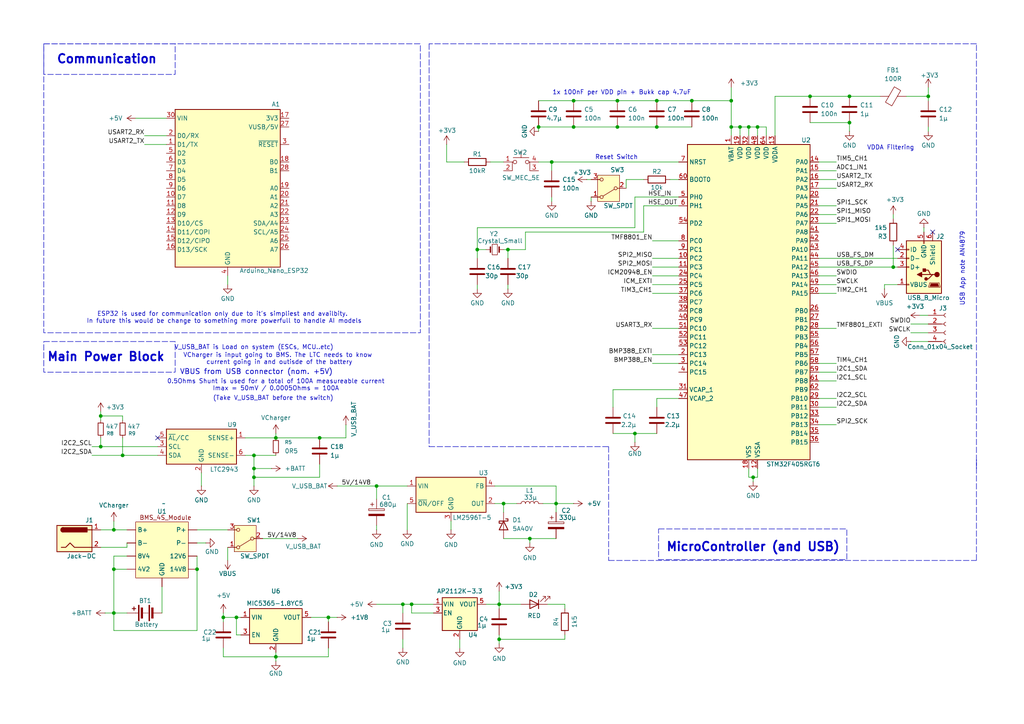
<source format=kicad_sch>
(kicad_sch (version 20250114) (generator "eeschema") (generator_version "9.0")
  (paper "A4")
  (rectangle (start 191.008 153.416) (end 245.618 162.306) (stroke (width 0) (type dash)))
  (rectangle (start 12.7 12.7) (end 50.8 21.59) (stroke (width 0) (type dash)))
  (rectangle (start 12.7 99.06) (end 50.8 107.95) (stroke (width 0) (type dash)))
  (rectangle (start 12.7 12.7) (end 121.92 96.52) (stroke (width 0) (type dash)))
  (text "Communication\n" (at 30.988 17.272 0) (effects (font (size 2.5 2.5) (thickness 0.5) (bold yes))))
  (text "1x 100nF per VDD pin + Bukk cap 4.7uF\n" (at 180.34 26.924 0) (effects (font (size 1.27 1.27) (thickness 0.1588))))
  (text "VCharger is input going to BMS. The LTC needs to know \ncurrent going in and outisde of the battery\n" (at 81.026 104.14 0) (effects (font (size 1.27 1.27))))
  (text "Reset Switch\n" (at 178.816 45.72 0) (effects (font (size 1.27 1.27) (thickness 0.1588))))
  (text "V_USB_BAT is Load on system (ESCs, MCU..etc)" (at 73.66 100.838 0) (effects (font (size 1.27 1.27))))
  (text "0.5Ohms Shunt is used for a total of 100A measureable current\nImax = 50mV / 0.0005Ohms = 100A" (at 80.01 111.76 0) (effects (font (size 1.27 1.27))))
  (text "USB App note AN4879\n" (at 279.146 77.978 90) (effects (font (size 1.27 1.27) (thickness 0.1588))))
  (text "(Take V_USB_BAT before the switch)" (at 79.248 115.57 0) (effects (font (size 1.27 1.27))))
  (text "VBUS from USB connector (nom. +5V) " (at 74.93 107.95 0) (effects (font (size 1.5 1.5) (thickness 0.1875))))
  (text "Main Power Block" (at 30.734 103.632 0) (effects (font (size 2.5 2.5) (thickness 0.5) (bold yes))))
  (text "ESP32 is used for communication only due to it's simpliest and availbity. \nIn future this would be change to something more powerfull to handle AI models" (at 65.024 92.202 0) (effects (font (size 1.27 1.27))))
  (text "VDDA Filtering\n" (at 258.318 42.926 0) (effects (font (size 1.27 1.27) (thickness 0.1588))))
  (text "MicroController (and USB)\n" (at 218.44 158.75 0) (effects (font (size 2.5 2.5) (thickness 0.5) (bold yes))))
  (junction (at 190.5 29.21))
  (junction (at 179.07 29.21))
  (junction (at 200.66 29.21))
  (junction (at 138.43 72.39))
  (junction (at 119.38 175.26))
  (junction (at 146.05 146.05))
  (junction (at 95.25 179.07))
  (junction (at 156.21 36.83))
  (junction (at 144.78 175.26))
  (junction (at 269.24 27.94))
  (junction (at 144.78 185.42))
  (junction (at 160.02 46.99))
  (junction (at 166.37 36.83))
  (junction (at 35.56 132.08))
  (junction (at 92.71 127))
  (junction (at 33.02 153.67))
  (junction (at 68.58 179.07))
  (junction (at 179.07 36.83))
  (junction (at 214.63 36.83))
  (junction (at 161.29 146.05))
  (junction (at 29.21 129.54))
  (junction (at 246.38 27.94))
  (junction (at 219.71 36.83))
  (junction (at 212.09 36.83))
  (junction (at 147.32 72.39))
  (junction (at 57.15 165.1))
  (junction (at 116.84 175.26))
  (junction (at 184.15 125.73))
  (junction (at 73.66 132.08))
  (junction (at 109.22 140.97))
  (junction (at 190.5 36.83))
  (junction (at 33.02 177.8))
  (junction (at 234.95 27.94))
  (junction (at 246.38 35.56))
  (junction (at 259.08 77.47))
  (junction (at 212.09 29.21))
  (junction (at 73.66 138.43))
  (junction (at 29.21 120.65))
  (junction (at 153.67 156.21))
  (junction (at 80.01 127))
  (junction (at 33.02 165.1))
  (junction (at 80.01 190.5))
  (junction (at 217.17 36.83))
  (junction (at 64.77 179.07))
  (junction (at 166.37 29.21))
  (junction (at 218.44 138.43))
  (junction (at 73.66 135.89))
  (no_connect (at 270.51 67.31))
  (no_connect (at 45.72 127))
  (no_connect (at 260.35 72.39))
  (wire (pts (xy 119.38 175.26) (xy 125.73 175.26)))
  (wire (pts (xy 73.66 135.89) (xy 73.66 138.43)))
  (wire (pts (xy 57.15 153.67) (xy 66.04 153.67)))
  (wire (pts (xy 186.69 59.69) (xy 196.85 59.69)))
  (wire (pts (xy 95.25 179.07) (xy 95.25 180.34)))
  (wire (pts (xy 189.23 77.47) (xy 196.85 77.47)))
  (wire (pts (xy 64.77 180.34) (xy 64.77 179.07)))
  (wire (pts (xy 29.21 153.67) (xy 33.02 153.67)))
  (wire (pts (xy 138.43 72.39) (xy 140.97 72.39)))
  (wire (pts (xy 237.49 59.69) (xy 242.57 59.69)))
  (wire (pts (xy 179.07 29.21) (xy 190.5 29.21)))
  (wire (pts (xy 80.01 190.5) (xy 95.25 190.5)))
  (wire (pts (xy 130.81 151.13) (xy 130.81 153.67)))
  (wire (pts (xy 181.61 52.07) (xy 186.69 52.07)))
  (wire (pts (xy 109.22 152.4) (xy 109.22 153.67)))
  (wire (pts (xy 73.66 140.97) (xy 73.66 138.43)))
  (polyline (pts (xy 124.46 129.54) (xy 176.53 129.54)) (stroke (width 0) (type dash)))
  (wire (pts (xy 64.77 177.8) (xy 64.77 179.07)))
  (wire (pts (xy 160.02 57.15) (xy 160.02 58.42)))
  (polyline (pts (xy 176.53 162.56) (xy 283.21 162.56)) (stroke (width 0) (type dash)))
  (wire (pts (xy 36.83 177.8) (xy 33.02 177.8)))
  (wire (pts (xy 57.15 161.29) (xy 57.15 165.1)))
  (wire (pts (xy 190.5 29.21) (xy 200.66 29.21)))
  (wire (pts (xy 219.71 39.37) (xy 219.71 36.83)))
  (wire (pts (xy 237.49 123.19) (xy 242.57 123.19)))
  (wire (pts (xy 196.85 113.03) (xy 177.8 113.03)))
  (wire (pts (xy 237.49 105.41) (xy 242.57 105.41)))
  (wire (pts (xy 256.54 82.55) (xy 260.35 82.55)))
  (wire (pts (xy 189.23 82.55) (xy 196.85 82.55)))
  (wire (pts (xy 259.08 62.23) (xy 259.08 63.5)))
  (wire (pts (xy 97.79 179.07) (xy 95.25 179.07)))
  (wire (pts (xy 269.24 25.4) (xy 269.24 27.94)))
  (wire (pts (xy 161.29 146.05) (xy 166.37 146.05)))
  (wire (pts (xy 129.54 46.99) (xy 134.62 46.99)))
  (wire (pts (xy 163.83 185.42) (xy 144.78 185.42)))
  (wire (pts (xy 186.69 67.31) (xy 152.4 67.31)))
  (wire (pts (xy 189.23 105.41) (xy 196.85 105.41)))
  (wire (pts (xy 92.71 138.43) (xy 73.66 138.43)))
  (wire (pts (xy 189.23 80.01) (xy 196.85 80.01)))
  (wire (pts (xy 184.15 66.04) (xy 138.43 66.04)))
  (wire (pts (xy 217.17 36.83) (xy 214.63 36.83)))
  (wire (pts (xy 68.58 179.07) (xy 68.58 184.15)))
  (wire (pts (xy 170.18 52.07) (xy 171.45 52.07)))
  (wire (pts (xy 267.97 66.04) (xy 267.97 67.31)))
  (wire (pts (xy 95.25 187.96) (xy 95.25 190.5)))
  (wire (pts (xy 158.75 175.26) (xy 163.83 175.26)))
  (wire (pts (xy 181.61 54.61) (xy 181.61 52.07)))
  (wire (pts (xy 33.02 165.1) (xy 33.02 161.29)))
  (wire (pts (xy 237.49 118.11) (xy 242.57 118.11)))
  (wire (pts (xy 68.58 184.15) (xy 69.85 184.15)))
  (wire (pts (xy 66.04 80.01) (xy 66.04 82.55)))
  (wire (pts (xy 266.7 91.44) (xy 269.24 91.44)))
  (wire (pts (xy 100.33 123.19) (xy 100.33 127)))
  (wire (pts (xy 146.05 146.05) (xy 149.86 146.05)))
  (wire (pts (xy 118.11 146.05) (xy 118.11 153.67)))
  (wire (pts (xy 144.78 175.26) (xy 151.13 175.26)))
  (wire (pts (xy 80.01 190.5) (xy 64.77 190.5)))
  (wire (pts (xy 119.38 177.8) (xy 119.38 175.26)))
  (wire (pts (xy 184.15 57.15) (xy 196.85 57.15)))
  (wire (pts (xy 219.71 36.83) (xy 222.25 36.83)))
  (wire (pts (xy 179.07 36.83) (xy 190.5 36.83)))
  (wire (pts (xy 140.97 175.26) (xy 144.78 175.26)))
  (polyline (pts (xy 283.21 135.89) (xy 283.21 12.7)) (stroke (width 0) (type dash)))
  (wire (pts (xy 212.09 39.37) (xy 212.09 36.83)))
  (wire (pts (xy 237.49 77.47) (xy 259.08 77.47)))
  (wire (pts (xy 237.49 46.99) (xy 242.57 46.99)))
  (wire (pts (xy 73.66 132.08) (xy 80.01 132.08)))
  (wire (pts (xy 237.49 107.95) (xy 242.57 107.95)))
  (wire (pts (xy 161.29 148.59) (xy 161.29 146.05)))
  (wire (pts (xy 138.43 72.39) (xy 138.43 74.93)))
  (wire (pts (xy 143.51 146.05) (xy 146.05 146.05)))
  (wire (pts (xy 246.38 27.94) (xy 255.27 27.94)))
  (wire (pts (xy 144.78 185.42) (xy 144.78 186.69)))
  (wire (pts (xy 29.21 127) (xy 29.21 129.54)))
  (wire (pts (xy 177.8 125.73) (xy 184.15 125.73)))
  (wire (pts (xy 234.95 27.94) (xy 246.38 27.94)))
  (wire (pts (xy 33.02 151.13) (xy 33.02 153.67)))
  (wire (pts (xy 157.48 146.05) (xy 161.29 146.05)))
  (wire (pts (xy 153.67 156.21) (xy 161.29 156.21)))
  (polyline (pts (xy 176.53 129.54) (xy 176.53 162.56)) (stroke (width 0) (type dash)))
  (wire (pts (xy 125.73 177.8) (xy 119.38 177.8)))
  (wire (pts (xy 171.45 57.15) (xy 171.45 58.42)))
  (wire (pts (xy 237.49 74.93) (xy 260.35 74.93)))
  (wire (pts (xy 39.37 34.29) (xy 48.26 34.29)))
  (wire (pts (xy 237.49 110.49) (xy 242.57 110.49)))
  (wire (pts (xy 237.49 95.25) (xy 242.57 95.25)))
  (polyline (pts (xy 283.21 12.7) (xy 124.46 12.7)) (stroke (width 0) (type dash)))
  (wire (pts (xy 142.24 46.99) (xy 146.05 46.99)))
  (wire (pts (xy 116.84 175.26) (xy 119.38 175.26)))
  (wire (pts (xy 29.21 158.75) (xy 36.83 158.75)))
  (wire (pts (xy 214.63 36.83) (xy 214.63 39.37)))
  (wire (pts (xy 138.43 66.04) (xy 138.43 72.39)))
  (wire (pts (xy 234.95 35.56) (xy 246.38 35.56)))
  (wire (pts (xy 212.09 25.4) (xy 212.09 29.21)))
  (wire (pts (xy 116.84 187.96) (xy 116.84 185.42)))
  (wire (pts (xy 35.56 132.08) (xy 45.72 132.08)))
  (wire (pts (xy 26.67 132.08) (xy 35.56 132.08)))
  (wire (pts (xy 29.21 120.65) (xy 35.56 120.65)))
  (wire (pts (xy 64.77 190.5) (xy 64.77 187.96)))
  (wire (pts (xy 196.85 115.57) (xy 190.5 115.57)))
  (wire (pts (xy 116.84 175.26) (xy 116.84 177.8)))
  (wire (pts (xy 146.05 146.05) (xy 146.05 148.59)))
  (wire (pts (xy 73.66 132.08) (xy 73.66 135.89)))
  (wire (pts (xy 92.71 127) (xy 100.33 127)))
  (wire (pts (xy 163.83 184.15) (xy 163.83 185.42)))
  (wire (pts (xy 66.04 158.75) (xy 66.04 162.56)))
  (wire (pts (xy 29.21 129.54) (xy 45.72 129.54)))
  (wire (pts (xy 189.23 102.87) (xy 196.85 102.87)))
  (wire (pts (xy 189.23 85.09) (xy 196.85 85.09)))
  (wire (pts (xy 190.5 115.57) (xy 190.5 118.11)))
  (wire (pts (xy 217.17 39.37) (xy 217.17 36.83)))
  (wire (pts (xy 194.31 52.07) (xy 196.85 52.07)))
  (wire (pts (xy 218.44 138.43) (xy 218.44 139.7)))
  (wire (pts (xy 129.54 41.91) (xy 129.54 46.99)))
  (wire (pts (xy 224.79 27.94) (xy 224.79 39.37)))
  (wire (pts (xy 36.83 158.75) (xy 36.83 157.48)))
  (wire (pts (xy 264.16 93.98) (xy 269.24 93.98)))
  (wire (pts (xy 156.21 29.21) (xy 166.37 29.21)))
  (wire (pts (xy 189.23 69.85) (xy 196.85 69.85)))
  (wire (pts (xy 189.23 95.25) (xy 196.85 95.25)))
  (wire (pts (xy 80.01 190.5) (xy 80.01 191.77)))
  (wire (pts (xy 133.35 185.42) (xy 133.35 187.96)))
  (wire (pts (xy 160.02 46.99) (xy 156.21 46.99)))
  (wire (pts (xy 76.2 156.21) (xy 86.36 156.21)))
  (wire (pts (xy 152.4 72.39) (xy 147.32 72.39)))
  (wire (pts (xy 259.08 71.12) (xy 259.08 77.47)))
  (wire (pts (xy 33.02 177.8) (xy 33.02 165.1)))
  (wire (pts (xy 264.16 96.52) (xy 269.24 96.52)))
  (wire (pts (xy 161.29 146.05) (xy 161.29 140.97)))
  (wire (pts (xy 269.24 27.94) (xy 262.89 27.94)))
  (wire (pts (xy 33.02 161.29) (xy 36.83 161.29)))
  (wire (pts (xy 80.01 127) (xy 92.71 127)))
  (wire (pts (xy 166.37 36.83) (xy 179.07 36.83)))
  (wire (pts (xy 177.8 113.03) (xy 177.8 118.11)))
  (wire (pts (xy 144.78 171.45) (xy 144.78 175.26)))
  (wire (pts (xy 57.15 157.48) (xy 59.69 157.48)))
  (wire (pts (xy 156.21 36.83) (xy 166.37 36.83)))
  (wire (pts (xy 237.49 64.77) (xy 242.57 64.77)))
  (wire (pts (xy 97.79 140.97) (xy 109.22 140.97)))
  (wire (pts (xy 30.48 177.8) (xy 33.02 177.8)))
  (wire (pts (xy 35.56 120.65) (xy 35.56 121.92)))
  (wire (pts (xy 147.32 72.39) (xy 146.05 72.39)))
  (wire (pts (xy 269.24 36.83) (xy 269.24 38.1)))
  (wire (pts (xy 68.58 179.07) (xy 69.85 179.07)))
  (wire (pts (xy 160.02 46.99) (xy 160.02 49.53)))
  (wire (pts (xy 146.05 156.21) (xy 153.67 156.21)))
  (wire (pts (xy 212.09 29.21) (xy 212.09 36.83)))
  (wire (pts (xy 219.71 135.89) (xy 219.71 138.43)))
  (wire (pts (xy 109.22 140.97) (xy 109.22 144.78)))
  (wire (pts (xy 78.74 135.89) (xy 73.66 135.89)))
  (wire (pts (xy 160.02 46.99) (xy 196.85 46.99)))
  (wire (pts (xy 264.16 99.06) (xy 269.24 99.06)))
  (wire (pts (xy 46.99 177.8) (xy 46.99 170.18)))
  (wire (pts (xy 237.49 52.07) (xy 242.57 52.07)))
  (wire (pts (xy 64.77 179.07) (xy 68.58 179.07)))
  (wire (pts (xy 26.67 129.54) (xy 29.21 129.54)))
  (wire (pts (xy 224.79 27.94) (xy 234.95 27.94)))
  (wire (pts (xy 237.49 85.09) (xy 242.57 85.09)))
  (wire (pts (xy 41.91 41.91) (xy 48.26 41.91)))
  (wire (pts (xy 144.78 184.15) (xy 144.78 185.42)))
  (wire (pts (xy 218.44 138.43) (xy 217.17 138.43)))
  (wire (pts (xy 237.49 49.53) (xy 242.57 49.53)))
  (wire (pts (xy 237.49 80.01) (xy 242.57 80.01)))
  (polyline (pts (xy 124.46 12.7) (xy 124.46 129.54)) (stroke (width 0) (type dash)))
  (wire (pts (xy 217.17 138.43) (xy 217.17 135.89)))
  (wire (pts (xy 212.09 29.21) (xy 200.66 29.21)))
  (wire (pts (xy 71.12 127) (xy 80.01 127)))
  (wire (pts (xy 29.21 120.65) (xy 29.21 121.92)))
  (wire (pts (xy 219.71 138.43) (xy 218.44 138.43)))
  (wire (pts (xy 80.01 189.23) (xy 80.01 190.5)))
  (wire (pts (xy 163.83 175.26) (xy 163.83 176.53)))
  (wire (pts (xy 256.54 83.82) (xy 256.54 82.55)))
  (wire (pts (xy 259.08 77.47) (xy 260.35 77.47)))
  (wire (pts (xy 152.4 67.31) (xy 152.4 72.39)))
  (wire (pts (xy 246.38 35.56) (xy 246.38 38.1)))
  (wire (pts (xy 242.57 54.61) (xy 237.49 54.61)))
  (wire (pts (xy 237.49 62.23) (xy 242.57 62.23)))
  (wire (pts (xy 58.42 137.16) (xy 58.42 140.97)))
  (wire (pts (xy 33.02 153.67) (xy 36.83 153.67)))
  (wire (pts (xy 109.22 140.97) (xy 118.11 140.97)))
  (wire (pts (xy 147.32 72.39) (xy 147.32 74.93)))
  (wire (pts (xy 57.15 165.1) (xy 57.15 182.88)))
  (wire (pts (xy 33.02 165.1) (xy 36.83 165.1)))
  (wire (pts (xy 186.69 59.69) (xy 186.69 67.31)))
  (polyline (pts (xy 283.21 133.35) (xy 283.21 162.56)) (stroke (width 0) (type dash)))
  (wire (pts (xy 29.21 119.38) (xy 29.21 120.65)))
  (wire (pts (xy 166.37 29.21) (xy 179.07 29.21)))
  (wire (pts (xy 41.91 39.37) (xy 48.26 39.37)))
  (wire (pts (xy 153.67 156.21) (xy 153.67 157.48)))
  (wire (pts (xy 219.71 36.83) (xy 217.17 36.83)))
  (wire (pts (xy 138.43 82.55) (xy 138.43 83.82)))
  (wire (pts (xy 71.12 132.08) (xy 73.66 132.08)))
  (wire (pts (xy 184.15 57.15) (xy 184.15 66.04)))
  (wire (pts (xy 269.24 29.21) (xy 269.24 27.94)))
  (wire (pts (xy 35.56 127) (xy 35.56 132.08)))
  (wire (pts (xy 214.63 36.83) (xy 212.09 36.83)))
  (wire (pts (xy 33.02 182.88) (xy 57.15 182.88)))
  (wire (pts (xy 184.15 125.73) (xy 190.5 125.73)))
  (wire (pts (xy 190.5 36.83) (xy 200.66 36.83)))
  (wire (pts (xy 92.71 134.62) (xy 92.71 138.43)))
  (wire (pts (xy 189.23 74.93) (xy 196.85 74.93)))
  (wire (pts (xy 184.15 125.73) (xy 184.15 128.27)))
  (wire (pts (xy 33.02 177.8) (xy 33.02 182.88)))
  (wire (pts (xy 161.29 140.97) (xy 143.51 140.97)))
  (wire (pts (xy 156.21 36.83) (xy 156.21 38.1)))
  (wire (pts (xy 109.22 175.26) (xy 116.84 175.26)))
  (wire (pts (xy 147.32 82.55) (xy 147.32 83.82)))
  (wire (pts (xy 90.17 179.07) (xy 95.25 179.07)))
  (wire (pts (xy 237.49 115.57) (xy 242.57 115.57)))
  (wire (pts (xy 144.78 175.26) (xy 144.78 176.53)))
  (wire (pts (xy 222.25 39.37) (xy 222.25 36.83)))
  (wire (pts (xy 237.49 82.55) (xy 242.57 82.55)))
  (wire (pts (xy 80.01 125.73) (xy 80.01 127)))
  (label "BMP388_EXTI" (at 189.23 102.87 180))
  (label "ADC1_IN1" (at 242.57 49.53 0))
  (label "USB_FS_DP" (at 242.57 77.47 0))
  (label "USART2_TX" (at 242.57 52.07 0))
  (label "ICM20948_EN" (at 189.23 80.01 180) (effects (font (thickness 0.1588))))
  (label "SPI2_SCK" (at 242.57 123.19 0))
  (label "SWDIO" (at 242.57 80.01 0))
  (label "5V{slash}14V8" (at 77.47 156.21 0))
  (label "ICM_EXTI" (at 189.23 82.55 180) (effects (font (thickness 0.1588))))
  (label "HSE_OUT" (at 187.96 59.69 0))
  (label "I2C1_SCL" (at 242.57 110.49 0))
  (label "USART3_RX" (at 189.23 95.25 180))
  (label "USB_FS_DM" (at 242.57 74.93 0))
  (label "BMP388_EN" (at 189.23 105.41 180))
  (label "SWCLK" (at 242.57 82.55 0))
  (label "USART2_TX" (at 41.91 41.91 180))
  (label "TIM2_CH1" (at 242.57 85.09 0))
  (label "SWDIO" (at 264.16 93.98 180))
  (label "USART2_RX" (at 41.91 39.37 180))
  (label "SPI1_MISO" (at 242.57 62.23 0) (effects (font (thickness 0.1588))))
  (label "TMF8801_EN" (at 189.23 69.85 180))
  (label "SPI1_MOSI" (at 242.57 64.77 0) (effects (font (thickness 0.1588))))
  (label "TIM5_CH1" (at 242.57 46.99 0))
  (label "SPI2_MISO" (at 189.23 74.93 180))
  (label "SWCLK" (at 264.16 96.52 180))
  (label "TIM3_CH1" (at 189.23 85.09 180))
  (label "SPI1_SCK" (at 242.57 59.69 0) (effects (font (thickness 0.1588))))
  (label "TMF8801_EXTI" (at 242.57 95.25 0))
  (label "I2C2_SDA" (at 26.67 132.08 180))
  (label "I2C2_SDA" (at 242.57 118.11 0))
  (label "HSE_IN" (at 187.96 57.15 0))
  (label "TIM4_CH1" (at 242.57 105.41 0))
  (label "5V{slash}14V8" (at 99.06 140.97 0))
  (label "SPI2_MOSI" (at 189.23 77.47 180))
  (label "I2C2_SCL" (at 26.67 129.54 180))
  (label "I2C1_SDA" (at 242.57 107.95 0))
  (label "USART2_RX" (at 242.57 54.61 0))
  (label "I2C2_SCL" (at 242.57 115.57 0))
  (symbol (lib_id "Device:D_Schottky") (at 146.05 152.4 270) (unit 1)
    (property "Reference" "D1" (at 148.59 150.8124 90) (effects (justify left)))
    (property "Value" "5A40V" (at 148.59 153.3524 90) (effects (justify left)))
    (property "Description" "Schottky diode" (effects (hide yes)))
  )
  (symbol (lib_id "Regulator_Linear:MIC5365-1.8YC5") (at 80.01 181.61 0) (unit 1)
    (property "Reference" "U6" (at 80.01 171.45 0))
    (property "Value" "MIC5365-1.8YC5" (at 79.756 175.006 0))
    (property "Footprint" "Package_TO_SOT_SMD:SOT-353_SC-70-5" (effects (hide yes)))
    (property "Datasheet" "https://ww1.microchip.com/downloads/aemDocuments/documents/APID/ProductDocuments/DataSheets/MIC5365-6-High-Performance-Single-150mA-LDO-DS20006605A.pdf" (effects (hide yes)))
    (property "Description" "150mA Low-dropout Voltage Regulator, Vout 1.8V, Vin up to 5.5V, SC-70-5" (effects (hide yes)))
  )
  (symbol (lib_id "power:+BATT") (at 30.48 177.8 90) (unit 1)
    (property "Reference" "#PWR033" (effects (hide yes)))
    (property "Value" "+BATT" (at 26.67 177.7999 90) (effects (justify left)))
    (property "Description" "Power symbol creates a global label with name \"+BATT\"" (effects (hide yes)))
  )
  (symbol (lib_id "power:GND") (at 109.22 153.67 0) (unit 1)
    (property "Reference" "#PWR02" (effects (hide yes)))
    (property "Value" "GND" (at 109.22 157.988 0))
    (property "Description" "Power symbol creates a global label with name \"GND\" , ground" (effects (hide yes)))
  )
  (symbol (lib_id "power:+5V") (at 166.37 146.05 270) (unit 1)
    (property "Reference" "#PWR027" (effects (hide yes)))
    (property "Value" "+5V" (at 170.18 146.0499 90) (effects (justify left)))
    (property "Description" "Power symbol creates a global label with name \"+5V\"" (effects (hide yes)))
  )
  (symbol (lib_id "power:+3.3V") (at 29.21 119.38 0) (unit 1)
    (property "Reference" "#PWR054" (effects (hide yes)))
    (property "Value" "+3V3" (at 30.734 118.11 0) (effects (justify left)))
    (property "Description" "Power symbol creates a global label with name \"+3.3V\"" (effects (hide yes)))
  )
  (symbol (lib_id "power:GND") (at 59.69 157.48 90) (unit 1)
    (property "Reference" "#PWR03" (effects (hide yes)))
    (property "Value" "GND" (at 59.436 160.02 90) (effects (justify right)))
    (property "Description" "Power symbol creates a global label with name \"GND\" , ground" (effects (hide yes)))
  )
  (symbol (lib_id "Device:R") (at 163.83 180.34 180) (unit 1)
    (property "Reference" "R4" (at 161.29 180.34 90))
    (property "Value" "1k5" (at 166.624 180.34 90))
    (property "Description" "Resistor" (effects (hide yes)))
  )
  (symbol (lib_id "Switch:SW_MEC_5E") (at 151.13 49.53 0) (unit 1)
    (property "Reference" "SW2" (at 150.876 44.196 0))
    (property "Value" "SW_MEC_5E" (at 151.13 51.562 0))
    (property "Datasheet" "http://www.apem.com/int/index.php?controller=attachment&id_attachment=1371" (effects (hide yes)))
    (property "Description" "MEC 5E single pole normally-open tactile switch" (effects (hide yes)))
  )
  (symbol (lib_id "power:LINE") (at 97.79 140.97 90) (unit 1)
    (property "Reference" "#PWR021" (effects (hide yes)))
    (property "Value" "V_USB_BAT" (at 94.996 140.97 90) (effects (justify left)))
    (property "Description" "Power symbol creates a global label with name \"LINE\"" (effects (hide yes)))
  )
  (symbol (lib_id "power:+3.3V") (at 129.54 41.91 0) (unit 1)
    (property "Reference" "#PWR024" (effects (hide yes)))
    (property "Value" "+3V3" (at 127 37.846 0) (effects (justify left)))
    (property "Description" "Power symbol creates a global label with name \"+3.3V\"" (effects (hide yes)))
  )
  (symbol (lib_id "Device:C") (at 177.8 121.92 0) (unit 1)
    (property "Reference" "C14" (at 180.594 120.65 0) (effects (justify left)))
    (property "Value" "2.2µ" (at 180.086 123.19 0) (effects (justify left)))
    (property "Description" "CL21B225KAFNNNE" (effects (hide yes)))
  )
  (symbol (lib_id "power:GND") (at 153.67 157.48 0) (unit 1)
    (property "Reference" "#PWR04" (effects (hide yes)))
    (property "Value" "GND" (at 153.67 161.798 0))
    (property "Description" "Power symbol creates a global label with name \"GND\" , ground" (effects (hide yes)))
  )
  (symbol (lib_id "Device:C") (at 144.78 180.34 0) (unit 1)
    (property "Reference" "C4" (at 138.938 179.578 0) (effects (justify left)))
    (property "Value" "1µ" (at 138.43 181.356 0) (effects (justify left)))
    (property "Description" "CL10B105KA8NNNC" (effects (hide yes)))
  )
  (symbol (lib_id "Device:R_Small") (at 35.56 124.46 0) (unit 1)
    (property "Reference" "R9" (at 39.37 125.73 0) (effects (font (size 1.016 1.016)) (justify right)))
    (property "Value" "4k7" (at 40.64 123.698 0) (effects (justify right)))
    (property "Description" "Resistor, small symbol" (effects (hide yes)))
  )
  (symbol (lib_id "power:GND") (at 144.78 186.69 0) (unit 1)
    (property "Reference" "#PWR07" (effects (hide yes)))
    (property "Value" "GND" (at 144.78 191.008 0))
    (property "Description" "Power symbol creates a global label with name \"GND\" , ground" (effects (hide yes)))
  )
  (symbol (lib_id "Device:C") (at 160.02 53.34 0) (unit 1)
    (property "Reference" "C15" (at 163.068 52.07 0) (effects (justify left)))
    (property "Value" "100n" (at 163.068 54.61 0) (effects (justify left)))
    (property "Description" "CL21B104KBCNNNC" (effects (hide yes)))
  )
  (symbol (lib_id "power:GND") (at 160.02 58.42 0) (unit 1)
    (property "Reference" "#PWR014" (effects (hide yes)))
    (property "Value" "GND" (at 160.02 62.484 0))
    (property "Description" "Power symbol creates a global label with name \"GND\" , ground" (effects (hide yes)))
  )
  (symbol (lib_id "Device:C") (at 64.77 184.15 0) (unit 1)
    (property "Reference" "C22" (at 58.928 183.388 0) (effects (justify left)))
    (property "Value" "1µ" (at 58.42 185.166 0) (effects (justify left)))
    (property "Description" "CL10B105KA8NNNC" (effects (hide yes)))
  )
  (symbol (lib_id "power:+3.3V") (at 266.7 91.44 90) (unit 1)
    (property "Reference" "#PWR031" (effects (hide yes)))
    (property "Value" "+3V3" (at 265.43 88.9 90))
    (property "Description" "Power symbol creates a global label with name \"+3.3V\"" (effects (hide yes)))
  )
  (symbol (lib_id "power:GND") (at 73.66 140.97 0) (unit 1)
    (property "Reference" "#PWR037" (effects (hide yes)))
    (property "Value" "GND" (at 73.66 145.034 0))
    (property "Description" "Power symbol creates a global label with name \"GND\" , ground" (effects (hide yes)))
  )
  (symbol (lib_id "power:LINE") (at 100.33 123.19 0) (unit 1)
    (property "Reference" "#PWR035" (effects (hide yes)))
    (property "Value" "V_USB_BAT" (at 102.616 126.746 90) (effects (justify left)))
    (property "Description" "Power symbol creates a global label with name \"LINE\"" (effects (hide yes)))
  )
  (symbol (lib_id "power:+3.3V") (at 269.24 25.4 0) (unit 1)
    (property "Reference" "#PWR026" (effects (hide yes)))
    (property "Value" "+3V3" (at 266.954 21.844 0) (effects (justify left)))
    (property "Description" "Power symbol creates a global label with name \"+3.3V\"" (effects (hide yes)))
  )
  (symbol (lib_id "power:GND") (at 147.32 83.82 0) (unit 1)
    (property "Reference" "#PWR018" (effects (hide yes)))
    (property "Value" "GND" (at 147.32 87.884 0))
    (property "Description" "Power symbol creates a global label with name \"GND\" , ground" (effects (hide yes)))
  )
  (symbol (lib_id "power:VCC") (at 33.02 151.13 0) (unit 1)
    (property "Reference" "#PWR038" (effects (hide yes)))
    (property "Value" "VCharger" (at 33.02 146.558 0))
    (property "Description" "Power symbol creates a global label with name \"VCC\"" (effects (hide yes)))
  )
  (symbol (lib_id "power:GND") (at 133.35 187.96 0) (unit 1)
    (property "Reference" "#PWR06" (effects (hide yes)))
    (property "Value" "GND" (at 133.35 192.278 0))
    (property "Description" "Power symbol creates a global label with name \"GND\" , ground" (effects (hide yes)))
  )
  (symbol (lib_id "Device:C") (at 116.84 181.61 0) (unit 1)
    (property "Reference" "C3" (at 110.998 180.848 0) (effects (justify left)))
    (property "Value" "1µ" (at 110.49 182.626 0) (effects (justify left)))
    (property "Description" "CL10B105KA8NNNC" (effects (hide yes)))
  )
  (symbol (lib_id "power:+3.3V") (at 259.08 62.23 0) (unit 1)
    (property "Reference" "#PWR030" (effects (hide yes)))
    (property "Value" "+3V3" (at 259.588 57.912 0))
    (property "Description" "Power symbol creates a global label with name \"+3.3V\"" (effects (hide yes)))
  )
  (symbol (lib_id "power:GND") (at 138.43 83.82 0) (unit 1)
    (property "Reference" "#PWR017" (effects (hide yes)))
    (property "Value" "GND" (at 138.43 87.884 0))
    (property "Description" "Power symbol creates a global label with name \"GND\" , ground" (effects (hide yes)))
  )
  (symbol (lib_id "Device:FerriteBead") (at 259.08 27.94 90) (unit 1)
    (property "Reference" "FB1" (at 259.0292 20.32 90))
    (property "Value" "100R" (at 259.0292 22.86 90))
    (property "Description" "BPH853025R5-101T" (effects (hide yes)))
  )
  (symbol (lib_id "power:GND") (at 116.84 187.96 0) (unit 1)
    (property "Reference" "#PWR05" (effects (hide yes)))
    (property "Value" "GND" (at 116.84 192.024 0))
    (property "Description" "Power symbol creates a global label with name \"GND\" , ground" (effects (hide yes)))
  )
  (symbol (lib_id "Device:C") (at 166.37 33.02 0) (unit 1)
    (property "Reference" "C5" (at 169.418 31.75 0) (effects (justify left)))
    (property "Value" "100n" (at 169.418 34.29 0) (effects (justify left)))
    (property "Description" "CL21B104KBCNNNC" (effects (hide yes)))
  )
  (symbol (lib_id "Device:C") (at 156.21 33.02 0) (unit 1)
    (property "Reference" "C9" (at 159.004 31.75 0) (effects (justify left)))
    (property "Value" "4.7µ" (at 158.496 34.29 0) (effects (justify left)))
    (property "Description" "CL31B475KBHNNNE" (effects (hide yes)))
  )
  (symbol (lib_id "power:GND") (at 66.04 82.55 0) (unit 1)
    (property "Reference" "#PWR052" (effects (hide yes)))
    (property "Value" "GND" (at 66.04 86.614 0))
    (property "Description" "Power symbol creates a global label with name \"GND\" , ground" (effects (hide yes)))
  )
  (symbol (lib_id "Device:C") (at 92.71 130.81 0) (unit 1)
    (property "Reference" "C18" (at 95.758 129.54 0) (effects (justify left)))
    (property "Value" "1µ" (at 95.758 132.08 0) (effects (justify left)))
    (property "Description" "CL21B105KBFNNNE" (effects (hide yes)))
  )
  (symbol (lib_id "Device:R_Small") (at 80.01 129.54 0) (unit 1)
    (property "Reference" "R5" (at 82.55 128.2699 0) (effects (font (size 1.016 1.016)) (justify left)))
    (property "Value" "0R5" (at 82.55 130.8099 0) (effects (justify left)))
    (property "Description" "Resistor, small symbol" (effects (hide yes)))
  )
  (symbol (lib_id "power:GND") (at 58.42 140.97 0) (unit 1)
    (property "Reference" "#PWR053" (effects (hide yes)))
    (property "Value" "GND" (at 58.42 145.034 0))
    (property "Description" "Power symbol creates a global label with name \"GND\" , ground" (effects (hide yes)))
  )
  (symbol (lib_id "power:GND") (at 218.44 139.7 0) (unit 1)
    (property "Reference" "#PWR012" (effects (hide yes)))
    (property "Value" "GND" (at 218.44 143.764 0))
    (property "Description" "Power symbol creates a global label with name \"GND\" , ground" (effects (hide yes)))
  )
  (symbol (lib_id "MCU_Module:Arduino_Nano_ESP32") (at 66.04 54.61 0) (unit 1)
    (property "Reference" "A1" (at 80.01 30.226 0))
    (property "Value" "Arduino_Nano_ESP32" (at 79.502 78.486 0))
    (property "Footprint" "Module:Arduino_Nano" (effects (hide yes)))
    (property "Datasheet" "https://docs.arduino.cc/resources/datasheets/ABX00083-datasheet.pdf" (effects (hide yes)))
    (property "Description" "Arduino Nano board based on the ESP32-S3 with a dual-core 240 MHz processor, 384 kB ROM, 512 kB SRAM. Operates at 3.3V, with 5V USB-C® input and 6-21V VIN. Features Wi-Fi®, Bluetooth® LE, digital and analog pins, and supports SPI, I2C, UART, I2S, and CAN." (effects (hide yes)))
  )
  (symbol (lib_id "power:GND") (at 269.24 38.1 0) (unit 1)
    (property "Reference" "#PWR011" (effects (hide yes)))
    (property "Value" "GND" (at 269.24 42.164 0))
    (property "Description" "Power symbol creates a global label with name \"GND\" , ground" (effects (hide yes)))
  )
  (symbol (lib_id "Device:C") (at 179.07 33.02 0) (unit 1)
    (property "Reference" "C6" (at 182.118 31.75 0) (effects (justify left)))
    (property "Value" "100n" (at 182.118 34.29 0) (effects (justify left)))
    (property "Description" "CL21B104KBCNNNC" (effects (hide yes)))
  )
  (symbol (lib_id "power:+BATT") (at 78.74 135.89 270) (unit 1)
    (property "Reference" "#PWR034" (effects (hide yes)))
    (property "Value" "+BATT" (at 82.55 135.8899 90) (effects (justify left)))
    (property "Description" "Power symbol creates a global label with name \"+BATT\"" (effects (hide yes)))
  )
  (symbol (lib_id "Device:C_Polarized") (at 161.29 152.4 0) (unit 1)
    (property "Reference" "C2" (at 162.814 148.082 0) (effects (justify left)))
    (property "Value" "330µ" (at 162.052 150.114 0) (effects (justify left)))
    (property "Description" "EEUFS1V331L" (effects (hide yes)))
  )
  (symbol (lib_id "Device:C") (at 95.25 184.15 0) (unit 1)
    (property "Reference" "C21" (at 89.408 183.388 0) (effects (justify left)))
    (property "Value" "1µ" (at 88.9 185.166 0) (effects (justify left)))
    (property "Description" "CL10B105KA8NNNC" (effects (hide yes)))
  )
  (symbol (lib_id "power:+5V") (at 109.22 175.26 90) (unit 1)
    (property "Reference" "#PWR028" (effects (hide yes)))
    (property "Value" "+5V" (at 105.41 175.2599 90) (effects (justify left)))
    (property "Description" "Power symbol creates a global label with name \"+5V\"" (effects (hide yes)))
  )
  (symbol (lib_id "shopie-hwLibrary:BMS_4S_Module") (at 46.99 157.48 0) (unit 1)
    (property "Reference" "U1" (at 46.99 148.336 0))
    (property "Value" "~" (at 47.498 146.05 0))
  )
  (symbol (lib_id "power:VBUS") (at 256.54 83.82 180) (unit 1)
    (property "Reference" "#PWR023" (effects (hide yes)))
    (property "Value" "VBUS" (at 256.54 87.884 0))
    (property "Description" "Power symbol creates a global label with name \"VBUS\"" (effects (hide yes)))
  )
  (symbol (lib_id "Regulator_Linear:AP2112K-3.3") (at 133.35 177.8 0) (unit 1)
    (property "Reference" "U4" (at 137.16 184.15 0))
    (property "Value" "AP2112K-3.3" (at 133.35 171.45 0))
    (property "Footprint" "Package_TO_SOT_SMD:SOT-23-5" (effects (hide yes)))
    (property "Datasheet" "https://www.diodes.com/assets/Datasheets/AP2112.pdf" (effects (hide yes)))
    (property "Description" "600mA low dropout linear regulator, with enable pin, 3.8V-6V input voltage range, 3.3V fixed positive output, SOT-23-5" (effects (hide yes)))
  )
  (symbol (lib_id "power:GND") (at 246.38 38.1 0) (unit 1)
    (property "Reference" "#PWR010" (effects (hide yes)))
    (property "Value" "GND" (at 246.38 42.164 0))
    (property "Description" "Power symbol creates a global label with name \"GND\" , ground" (effects (hide yes)))
  )
  (symbol (lib_id "Device:C") (at 234.95 31.75 0) (unit 1)
    (property "Reference" "C10" (at 237.998 30.48 0) (effects (justify left)))
    (property "Value" "100n" (at 237.998 33.02 0) (effects (justify left)))
    (property "Description" "CL21B104KBCNNNC" (effects (hide yes)))
  )
  (symbol (lib_id "power:GND") (at 171.45 58.42 0) (unit 1)
    (property "Reference" "#PWR015" (effects (hide yes)))
    (property "Value" "GND" (at 171.45 62.484 0))
    (property "Description" "Power symbol creates a global label with name \"GND\" , ground" (effects (hide yes)))
  )
  (symbol (lib_id "power:GND") (at 156.21 38.1 270) (unit 1)
    (property "Reference" "#PWR09" (effects (hide yes)))
    (property "Value" "GND" (at 152.146 38.1 0))
    (property "Description" "Power symbol creates a global label with name \"GND\" , ground" (effects (hide yes)))
  )
  (symbol (lib_id "Device:R") (at 190.5 52.07 90) (unit 1)
    (property "Reference" "R2" (at 190.5 49.784 90))
    (property "Value" "10k" (at 190.5 54.356 90))
    (property "Description" "Resistor" (effects (hide yes)))
  )
  (symbol (lib_id "Device:C") (at 190.5 33.02 0) (unit 1)
    (property "Reference" "C7" (at 193.548 31.75 0) (effects (justify left)))
    (property "Value" "100n" (at 193.548 34.29 0) (effects (justify left)))
    (property "Description" "CL21B104KBCNNNC" (effects (hide yes)))
  )
  (symbol (lib_id "Device:C") (at 246.38 31.75 0) (unit 1)
    (property "Reference" "C11" (at 249.428 30.48 0) (effects (justify left)))
    (property "Value" "1µ" (at 249.428 33.02 0) (effects (justify left)))
    (property "Description" "CL21B105KBFNNNE" (effects (hide yes)))
  )
  (symbol (lib_id "power:+1V8") (at 97.79 179.07 270) (unit 1)
    (property "Reference" "#PWR041" (effects (hide yes)))
    (property "Value" "+1V8" (at 101.6 179.0699 90) (effects (justify left)))
    (property "Description" "Power symbol creates a global label with name \"+1V8\"" (effects (hide yes)))
  )
  (symbol (lib_id "power:+3.3V") (at 144.78 171.45 0) (unit 1)
    (property "Reference" "#PWR029" (effects (hide yes)))
    (property "Value" "+3V3" (at 146.304 170.18 0) (effects (justify left)))
    (property "Description" "Power symbol creates a global label with name \"+3.3V\"" (effects (hide yes)))
  )
  (symbol (lib_id "Device:LED") (at 154.94 175.26 180) (unit 1)
    (property "Reference" "D2" (at 154.686 172.466 0))
    (property "Value" "RED" (at 154.94 178.562 0))
    (property "Description" "Light emitting diode" (effects (hide yes)))
    (property "Sim.Pins" "1=K 2=A" (effects (hide yes)))
  )
  (symbol (lib_id "Device:C") (at 190.5 121.92 0) (unit 1)
    (property "Reference" "C13" (at 193.294 120.65 0) (effects (justify left)))
    (property "Value" "2.2µ" (at 192.786 123.19 0) (effects (justify left)))
    (property "Description" "CL21B225KAFNNNE" (effects (hide yes)))
  )
  (symbol (lib_id "power:GND") (at 184.15 128.27 0) (unit 1)
    (property "Reference" "#PWR013" (effects (hide yes)))
    (property "Value" "GND" (at 184.15 131.572 0))
    (property "Description" "Power symbol creates a global label with name \"GND\" , ground" (effects (hide yes)))
  )
  (symbol (lib_id "power:+5V") (at 39.37 34.29 90) (unit 1)
    (property "Reference" "#PWR051" (effects (hide yes)))
    (property "Value" "+5V" (at 35.56 34.2899 90) (effects (justify left)))
    (property "Description" "Power symbol creates a global label with name \"+5V\"" (effects (hide yes)))
  )
  (symbol (lib_id "power:GND") (at 264.16 99.06 270) (unit 1)
    (property "Reference" "#PWR032" (effects (hide yes)))
    (property "Value" "GND" (at 260.096 99.06 0))
    (property "Description" "Power symbol creates a global label with name \"GND\" , ground" (effects (hide yes)))
  )
  (symbol (lib_id "power:VCC") (at 80.01 125.73 0) (unit 1)
    (property "Reference" "#PWR039" (effects (hide yes)))
    (property "Value" "VCharger" (at 80.01 121.158 0))
    (property "Description" "Power symbol creates a global label with name \"VCC\"" (effects (hide yes)))
  )
  (symbol (lib_id "Connector:Jack-DC") (at 21.59 156.21 0) (unit 1)
    (property "Reference" "J1" (at 25.908 150.876 0))
    (property "Value" "Jack-DC" (at 23.622 161.29 0))
    (property "Description" "DC Barrel Jack" (effects (hide yes)))
  )
  (symbol (lib_id "power:GND") (at 130.81 153.67 0) (unit 1)
    (property "Reference" "#PWR01" (effects (hide yes)))
    (property "Value" "GND" (at 130.81 157.988 0))
    (property "Description" "Power symbol creates a global label with name \"GND\" , ground" (effects (hide yes)))
  )
  (symbol (lib_id "Device:R") (at 259.08 67.31 180) (unit 1)
    (property "Reference" "R3" (at 257.302 68.58 0) (effects (justify left)))
    (property "Value" "1k5" (at 257.302 66.04 0) (effects (justify left)))
    (property "Description" "Resistor" (effects (hide yes)))
  )
  (symbol (lib_id "power:LINE") (at 86.36 156.21 270) (unit 1)
    (property "Reference" "#PWR020" (effects (hide yes)))
    (property "Value" "V_USB_BAT" (at 82.804 158.496 90) (effects (justify left)))
    (property "Description" "Power symbol creates a global label with name \"LINE\"" (effects (hide yes)))
  )
  (symbol (lib_id "Device:R_Small") (at 29.21 124.46 0) (unit 1)
    (property "Reference" "R8" (at 33.02 125.73 0) (effects (font (size 1.016 1.016)) (justify right)))
    (property "Value" "4k7" (at 34.29 123.698 0) (effects (justify right)))
    (property "Description" "Resistor, small symbol" (effects (hide yes)))
  )
  (symbol (lib_id "Device:C") (at 200.66 33.02 0) (unit 1)
    (property "Reference" "C8" (at 203.454 31.75 0) (effects (justify left)))
    (property "Value" "100n" (at 203.454 34.29 0) (effects (justify left)))
    (property "Description" "CL21B104KBCNNNC" (effects (hide yes)))
  )
  (symbol (lib_id "power:+3.3V") (at 212.09 25.4 0) (unit 1)
    (property "Reference" "#PWR025" (effects (hide yes)))
    (property "Value" "+3V3" (at 214.63 24.1299 0) (effects (justify left)))
    (property "Description" "Power symbol creates a global label with name \"+3.3V\"" (effects (hide yes)))
  )
  (symbol (lib_id "power:GND") (at 267.97 66.04 180) (unit 1)
    (property "Reference" "#PWR019" (effects (hide yes)))
    (property "Value" "GND" (at 267.97 61.976 0))
    (property "Description" "Power symbol creates a global label with name \"GND\" , ground" (effects (hide yes)))
  )
  (symbol (lib_id "power:+5V") (at 64.77 177.8 0) (unit 1)
    (property "Reference" "#PWR042" (effects (hide yes)))
    (property "Value" "+5V" (at 64.77 172.72 0))
    (property "Description" "Power symbol creates a global label with name \"+5V\"" (effects (hide yes)))
  )
  (symbol (lib_id "power:+3.3V") (at 170.18 52.07 90) (unit 1)
    (property "Reference" "#PWR016" (effects (hide yes)))
    (property "Value" "+3V3" (at 171.45 50.038 90) (effects (justify left)))
    (property "Description" "Power symbol creates a global label with name \"+3.3V\"" (effects (hide yes)))
  )
  (symbol (lib_id "Device:C") (at 147.32 78.74 0) (unit 1)
    (property "Reference" "C17" (at 150.114 77.47 0) (effects (justify left)))
    (property "Value" "30p" (at 149.606 80.01 0) (effects (justify left)))
    (property "Description" "CL31B475KBHNNNE" (effects (hide yes)))
  )
  (symbol (lib_id "MCU_ST_STM32F4:STM32F405RGTx") (at 217.17 87.63 0) (unit 1)
    (property "Reference" "U2" (at 232.41 40.64 0) (effects (justify left)))
    (property "Value" "STM32F405RGT6" (at 222.25 134.62 0) (effects (justify left)))
    (property "Footprint" "Package_QFP:LQFP-64_10x10mm_P0.5mm" (effects (hide yes)))
    (property "Datasheet" "https://www.st.com/resource/en/datasheet/stm32f405rg.pdf" (effects (hide yes)))
    (property "Description" "STMicroelectronics Arm Cortex-M4 MCU, 1024KB flash, 192KB RAM, 168 MHz, 1.8-3.6V, 51 GPIO, LQFP64" (effects (hide yes)))
  )
  (symbol (lib_id "Device:C") (at 269.24 33.02 0) (unit 1)
    (property "Reference" "C12" (at 272.288 31.75 0) (effects (justify left)))
    (property "Value" "1µ" (at 272.288 34.29 0) (effects (justify left)))
    (property "Description" "CL21B105KBFNNNE" (effects (hide yes)))
  )
  (symbol (lib_id "Connector:USB_B_Micro") (at 267.97 77.47 180) (unit 1)
    (property "Reference" "J2" (at 271.526 68.58 0) (effects (justify right)))
    (property "Value" "USB_B_Micro" (at 263.144 86.36 0) (effects (justify right)))
    (property "Description" "USB Micro Type B connector" (effects (hide yes)))
  )
  (symbol (lib_id "Device:R") (at 138.43 46.99 90) (unit 1)
    (property "Reference" "R1" (at 138.43 44.704 90))
    (property "Value" "10kR" (at 138.43 49.53 90))
    (property "Description" "Resistor" (effects (hide yes)))
  )
  (symbol (lib_id "Device:L") (at 153.67 146.05 90) (unit 1)
    (property "Reference" "L1" (at 153.67 142.24 90))
    (property "Value" "33µ" (at 153.924 144.272 90))
    (property "Description" "CYA1040-33UH" (effects (hide yes)))
  )
  (symbol (lib_id "power:GND") (at 80.01 191.77 0) (unit 1)
    (property "Reference" "#PWR040" (effects (hide yes)))
    (property "Value" "GND" (at 80.01 195.326 0))
    (property "Description" "Power symbol creates a global label with name \"GND\" , ground" (effects (hide yes)))
  )
  (symbol (lib_id "power:GND") (at 118.11 153.67 0) (unit 1)
    (property "Reference" "#PWR08" (effects (hide yes)))
    (property "Value" "GND" (at 118.11 157.734 0))
    (property "Description" "Power symbol creates a global label with name \"GND\" , ground" (effects (hide yes)))
  )
  (symbol (lib_id "Device:C_Polarized") (at 109.22 148.59 0) (unit 1)
    (property "Reference" "C1" (at 110.744 144.272 0) (effects (justify left)))
    (property "Value" "680µ" (at 109.982 146.304 0) (effects (justify left)))
    (property "Description" "NXA50V680M12.5*20 LO" (effects (hide yes)))
  )
  (symbol (lib_id "Switch:SW_SPDT") (at 176.53 54.61 180) (unit 1)
    (property "Reference" "SW3" (at 179.07 49.276 0))
    (property "Value" "SW_SPDT" (at 179.324 59.69 0))
    (property "Description" "Switch, single pole double throw" (effects (hide yes)))
  )
  (symbol (lib_id "Battery_Management:LTC2942") (at 58.42 129.54 0) (unit 1)
    (property "Reference" "U9" (at 67.31 123.19 0))
    (property "Value" "LTC2943" (at 65.024 136.144 0))
    (property "Footprint" "Package_DFN_QFN:DFN-6-1EP_3x2mm_P0.5mm_EP1.65x1.35mm" (effects (hide yes)))
    (property "Datasheet" "https://www.analog.com/media/en/technical-documentation/data-sheets/2942fa.pdf" (effects (hide yes)))
    (property "Description" "Battery Gas Gauge with Temperature, Voltage Measurement, DFN-6" (effects (hide yes)))
  )
  (symbol (lib_id "Switch:SW_SPDT") (at 71.12 156.21 180) (unit 1)
    (property "Reference" "SW1" (at 73.66 150.876 0))
    (property "Value" "SW_SPDT" (at 73.914 161.29 0))
    (property "Description" "Switch, single pole double throw" (effects (hide yes)))
  )
  (symbol (lib_id "power:VBUS") (at 66.04 162.56 180) (unit 1)
    (property "Reference" "#PWR022" (effects (hide yes)))
    (property "Value" "VBUS" (at 66.04 166.37 0))
    (property "Description" "Power symbol creates a global label with name \"VBUS\"" (effects (hide yes)))
  )
  (symbol (lib_id "Device:Crystal_Small") (at 143.51 72.39 0) (unit 1)
    (property "Reference" "Y2" (at 143.256 67.818 0))
    (property "Value" "Crystal_Small" (at 145.034 69.85 0))
    (property "Description" "Two pin crystal, small symbol" (effects (hide yes)))
  )
  (symbol (lib_id "Device:C") (at 138.43 78.74 0) (unit 1)
    (property "Reference" "C16" (at 141.224 77.47 0) (effects (justify left)))
    (property "Value" "30p" (at 140.716 80.01 0) (effects (justify left)))
    (property "Description" "CL31B475KBHNNNE" (effects (hide yes)))
  )
  (symbol (lib_id "Regulator_Switching:LM2596T-5") (at 130.81 143.51 0) (unit 1)
    (property "Reference" "U3" (at 140.208 137.16 0))
    (property "Value" "LM2596T-5" (at 136.906 150.114 0))
    (property "Footprint" "Package_TO_SOT_THT:TO-220-5_P3.4x3.7mm_StaggerOdd_Lead3.8mm_Vertical" (effects (hide yes)))
    (property "Datasheet" "http://www.ti.com/lit/ds/symlink/lm2596.pdf" (effects (hide yes)))
    (property "Description" "5V 3A 150kHz Step-Down Voltage Regulator, TO-220" (effects (hide yes)))
  )
  (symbol (lib_id "Connector:Conn_01x04_Socket") (at 274.32 93.98 0) (unit 1)
    (property "Reference" "J3" (at 272.288 89.408 0) (effects (justify left)))
    (property "Value" "Conn_01x04_Socket" (at 263.144 100.584 0) (effects (justify left)))
    (property "Description" "Generic connector, single row, 01x04, script generated" (effects (hide yes)))
  )
  (symbol (lib_id "Device:Battery") (at 41.91 177.8 90) (unit 1)
    (property "Reference" "BT1" (at 43.942 174.244 90) (effects (justify left)))
    (property "Value" "Battery" (at 45.974 181.102 90) (effects (justify left)))
    (property "Description" "Multiple-cell battery" (effects (hide yes)))
  )
)
</source>
